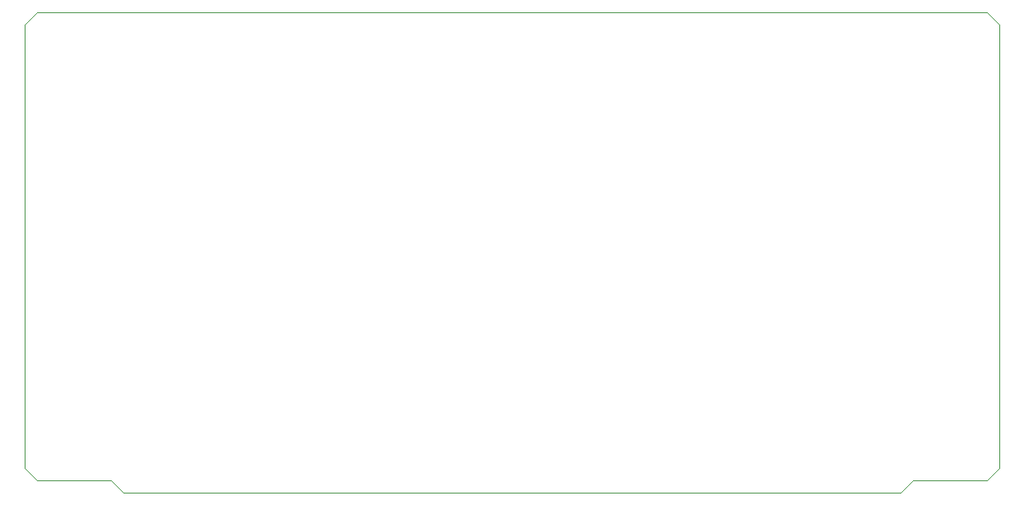
<source format=gbr>
G04 #@! TF.FileFunction,Profile,NP*
%FSLAX46Y46*%
G04 Gerber Fmt 4.6, Leading zero omitted, Abs format (unit mm)*
G04 Created by KiCad (PCBNEW 4.0.7) date 09/14/18 18:18:36*
%MOMM*%
%LPD*%
G01*
G04 APERTURE LIST*
%ADD10C,0.100000*%
G04 APERTURE END LIST*
D10*
X69850000Y-154940000D02*
X69850000Y-109220000D01*
X80010000Y-157480000D02*
X160020000Y-157480000D01*
X78740000Y-156210000D02*
X80010000Y-157480000D01*
X71120000Y-156210000D02*
X78740000Y-156210000D01*
X69850000Y-154940000D02*
X71120000Y-156210000D01*
X170180000Y-109220000D02*
X170180000Y-154940000D01*
X168910000Y-156210000D02*
X170180000Y-154940000D01*
X161290000Y-156210000D02*
X168910000Y-156210000D01*
X161290000Y-156210000D02*
X160020000Y-157480000D01*
X71120000Y-107950000D02*
X69850000Y-109220000D01*
X168910000Y-107950000D02*
X71120000Y-107950000D01*
X170180000Y-109220000D02*
X168910000Y-107950000D01*
M02*

</source>
